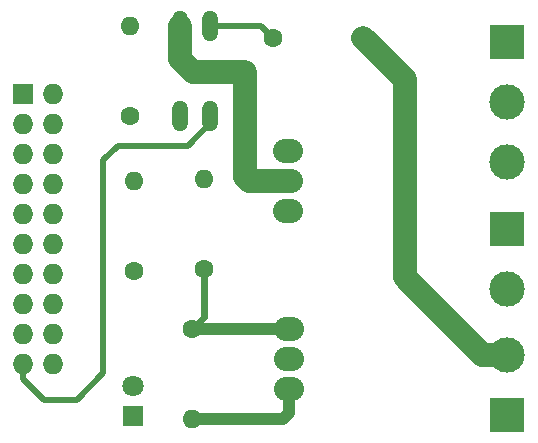
<source format=gbr>
G04 #@! TF.GenerationSoftware,KiCad,Pcbnew,(2017-11-24 revision a01d81e4b)-makepkg*
G04 #@! TF.CreationDate,2017-12-25T08:13:52+07:00*
G04 #@! TF.ProjectId,Motor DC power,4D6F746F7220444320706F7765722E6B,rev?*
G04 #@! TF.SameCoordinates,Original*
G04 #@! TF.FileFunction,Copper,L1,Top,Signal*
G04 #@! TF.FilePolarity,Positive*
%FSLAX46Y46*%
G04 Gerber Fmt 4.6, Leading zero omitted, Abs format (unit mm)*
G04 Created by KiCad (PCBNEW (2017-11-24 revision a01d81e4b)-makepkg) date 12/25/17 08:13:52*
%MOMM*%
%LPD*%
G01*
G04 APERTURE LIST*
%ADD10R,1.800000X1.800000*%
%ADD11C,1.800000*%
%ADD12C,1.600000*%
%ADD13O,1.600000X1.600000*%
%ADD14O,2.540000X2.032000*%
%ADD15R,1.727200X1.727200*%
%ADD16O,1.727200X1.727200*%
%ADD17R,3.000000X3.000000*%
%ADD18C,3.000000*%
%ADD19O,1.320800X2.641600*%
%ADD20C,0.500000*%
%ADD21C,1.000000*%
%ADD22C,0.600000*%
%ADD23C,2.000000*%
G04 APERTURE END LIST*
D10*
X112050000Y-121925000D03*
D11*
X112050000Y-119385000D03*
D12*
X117000000Y-114500000D03*
D13*
X117000000Y-122120000D03*
D14*
X125100000Y-101960000D03*
X125100000Y-104500000D03*
X125100000Y-99420000D03*
D15*
X102700000Y-94665000D03*
D16*
X105240000Y-94665000D03*
X102700000Y-97205000D03*
X105240000Y-97205000D03*
X102700000Y-99745000D03*
X105240000Y-99745000D03*
X102700000Y-102285000D03*
X105240000Y-102285000D03*
X102700000Y-104825000D03*
X105240000Y-104825000D03*
X102700000Y-107365000D03*
X105240000Y-107365000D03*
X102700000Y-109905000D03*
X105240000Y-109905000D03*
X102700000Y-112445000D03*
X105240000Y-112445000D03*
X102700000Y-114985000D03*
X105240000Y-114985000D03*
X102700000Y-117525000D03*
X105240000Y-117525000D03*
D17*
X143700000Y-90190000D03*
D18*
X143700000Y-95270000D03*
X143700000Y-100350000D03*
D17*
X143700000Y-106020000D03*
D18*
X143700000Y-111100000D03*
D17*
X143700000Y-121780000D03*
D18*
X143700000Y-116700000D03*
D14*
X125200000Y-117100000D03*
X125200000Y-119640000D03*
X125200000Y-114560000D03*
D12*
X111750000Y-96450000D03*
D13*
X111750000Y-88830000D03*
D12*
X123900000Y-89875000D03*
D13*
X131520000Y-89875000D03*
D12*
X112100000Y-109570000D03*
D13*
X112100000Y-101950000D03*
D12*
X118025000Y-109425000D03*
D13*
X118025000Y-101805000D03*
D19*
X116005000Y-96460000D03*
X118545000Y-96460000D03*
X118545000Y-88840000D03*
X116005000Y-88840000D03*
D20*
X110750000Y-99000000D02*
X116665400Y-99000000D01*
X116665400Y-99000000D02*
X118545000Y-97120400D01*
X118545000Y-97120400D02*
X118545000Y-96460000D01*
X109500000Y-100250000D02*
X110750000Y-99000000D01*
X109500000Y-118250000D02*
X109500000Y-100250000D01*
X107250000Y-120500000D02*
X109500000Y-118250000D01*
X104453686Y-120500000D02*
X107250000Y-120500000D01*
X102700000Y-117525000D02*
X102700000Y-118746314D01*
X102700000Y-118746314D02*
X104453686Y-120500000D01*
D21*
X125200000Y-114560000D02*
X117060000Y-114560000D01*
X117060000Y-114560000D02*
X117000000Y-114500000D01*
D22*
X118025000Y-109425000D02*
X118025000Y-113475000D01*
X118025000Y-113475000D02*
X117000000Y-114500000D01*
D20*
X118175000Y-109575000D02*
X118025000Y-109425000D01*
D21*
X125200000Y-119640000D02*
X125200000Y-121656000D01*
X125200000Y-121656000D02*
X124736000Y-122120000D01*
X124736000Y-122120000D02*
X118131370Y-122120000D01*
X118131370Y-122120000D02*
X117000000Y-122120000D01*
D23*
X135000000Y-110121320D02*
X135000000Y-93355000D01*
X135000000Y-93355000D02*
X131520000Y-89875000D01*
X143700000Y-116700000D02*
X141578680Y-116700000D01*
X141578680Y-116700000D02*
X135000000Y-110121320D01*
X125100000Y-101960000D02*
X121830000Y-101960000D01*
X121830000Y-101960000D02*
X121500000Y-101630000D01*
X121500000Y-101630000D02*
X121500000Y-92801684D01*
X121500000Y-92801684D02*
X117122275Y-92801684D01*
X117122275Y-92801684D02*
X116005000Y-91684409D01*
X116005000Y-91684409D02*
X116005000Y-88840000D01*
D20*
X118545000Y-88840000D02*
X122865000Y-88840000D01*
X122865000Y-88840000D02*
X123900000Y-89875000D01*
M02*

</source>
